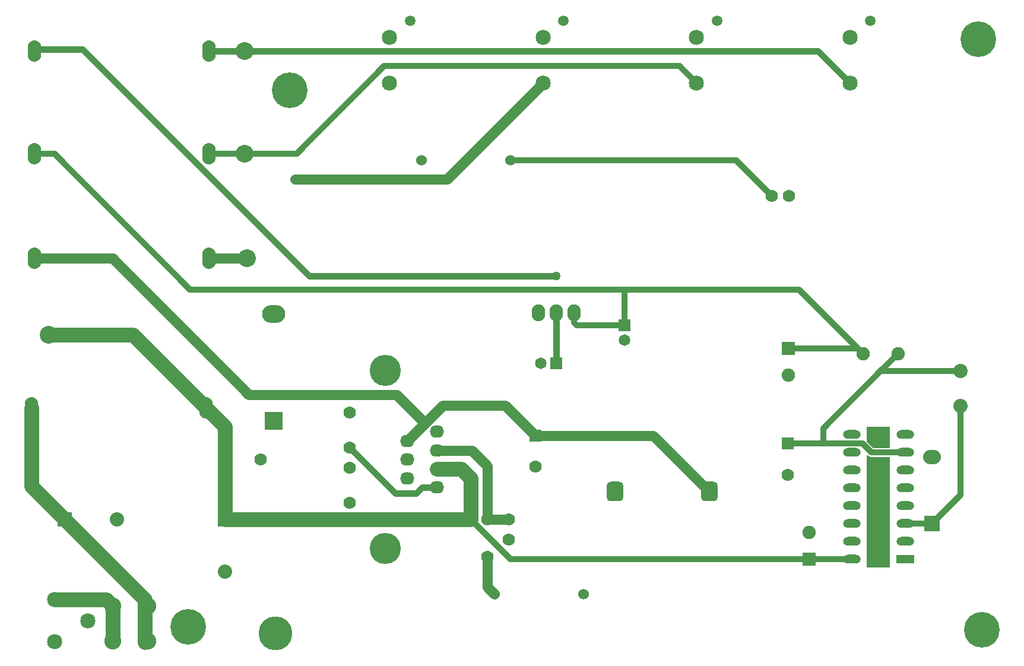
<source format=gtl>
G04 Layer_Physical_Order=1*
G04 Layer_Color=255*
%FSLAX25Y25*%
%MOIN*%
G70*
G01*
G75*
%ADD10C,0.10000*%
%ADD11C,0.08200*%
%ADD12C,0.03300*%
%ADD13C,0.05500*%
%ADD14C,0.03500*%
%ADD15R,0.08000X0.08000*%
%ADD16C,0.08000*%
%ADD17R,0.08000X0.08000*%
%ADD18C,0.08500*%
%ADD19C,0.05906*%
%ADD20R,0.10000X0.10000*%
%ADD21O,0.13000X0.10000*%
%ADD22C,0.07000*%
%ADD23O,0.07500X0.12000*%
%ADD24C,0.17500*%
G04:AMPARAMS|DCode=25|XSize=95mil|YSize=110mil|CornerRadius=23.75mil|HoleSize=0mil|Usage=FLASHONLY|Rotation=0.000|XOffset=0mil|YOffset=0mil|HoleType=Round|Shape=RoundedRectangle|*
%AMROUNDEDRECTD25*
21,1,0.09500,0.06250,0,0,0.0*
21,1,0.04750,0.11000,0,0,0.0*
1,1,0.04750,0.02375,-0.03125*
1,1,0.04750,-0.02375,-0.03125*
1,1,0.04750,-0.02375,0.03125*
1,1,0.04750,0.02375,0.03125*
%
%ADD25ROUNDEDRECTD25*%
%ADD26C,0.06000*%
%ADD27C,0.20000*%
%ADD28C,0.09500*%
%ADD29C,0.19000*%
%ADD30O,0.08000X0.07000*%
%ADD31R,0.10000X0.05000*%
%ADD32O,0.10000X0.05000*%
%ADD33O,0.07500X0.09500*%
%ADD34C,0.07500*%
%ADD35R,0.07500X0.07500*%
%ADD36O,0.10000X0.08000*%
%ADD37R,0.08500X0.08500*%
%ADD38R,0.06500X0.06500*%
%ADD39C,0.06500*%
%ADD40R,0.06500X0.06500*%
%ADD41R,0.07000X0.07000*%
%ADD42C,0.05000*%
G36*
X476234Y111734D02*
X477044Y111192D01*
X478000Y111002D01*
X488500D01*
Y49000D01*
X475500D01*
Y111814D01*
X475962Y112005D01*
X476234Y111734D01*
D02*
G37*
G36*
X488500Y115998D02*
X479035D01*
X475500Y119533D01*
Y128000D01*
X488500D01*
Y115998D01*
D02*
G37*
D10*
X16000Y179500D02*
D03*
X127500Y222500D02*
D03*
X126000Y281250D02*
D03*
Y339000D02*
D03*
D11*
X52000Y7500D02*
Y27185D01*
X48385Y30800D02*
X52000Y27185D01*
X19500Y30800D02*
X48385D01*
X63500Y179500D02*
X104500Y138500D01*
X16000Y179500D02*
X63500D01*
X234100Y104275D02*
X247725D01*
X253000Y99000D01*
Y76000D02*
Y99000D01*
X115000Y76000D02*
X253000D01*
X115000D02*
Y109500D01*
Y128000D01*
X104500Y138500D02*
X115000Y128000D01*
X6500Y94500D02*
Y138500D01*
X70185Y26685D02*
Y30815D01*
Y7000D02*
Y26685D01*
X6500Y94500D02*
X25000Y76000D01*
X70185Y30815D01*
D12*
X528000Y89450D02*
Y139500D01*
X512000Y73450D02*
X528000Y89450D01*
X497050Y73450D02*
X512000D01*
X473000Y118500D02*
X478000Y113500D01*
X311000Y186500D02*
X312500Y185000D01*
X311000Y186500D02*
Y192000D01*
X253000Y76000D02*
X275500Y53500D01*
X443000D01*
X470315Y172000D02*
X473315Y169000D01*
X437315Y205000D02*
X470315Y172000D01*
X431500D02*
X470315D01*
X473315Y169000D02*
X474000D01*
X443000Y53500D02*
X467000D01*
X106000Y281250D02*
X126000D01*
X19250D02*
X95500Y205000D01*
X8000Y281250D02*
X19250D01*
X126000D02*
X155250D01*
X204500Y330500D01*
X370237D01*
X379782Y320955D01*
X275500Y277500D02*
X402200D01*
X422200Y257500D01*
X478000Y113500D02*
X497000D01*
X451000Y118500D02*
Y127000D01*
X431000Y118500D02*
X451000D01*
X473000D01*
X483815Y159185D02*
X528000D01*
X483500Y159500D02*
X483815Y159185D01*
X451000Y127000D02*
X483500Y159500D01*
X493000Y169000D01*
X312500Y185000D02*
X339500D01*
Y205000D01*
X95500D02*
X437315D01*
D13*
X227500Y130000D02*
X237500Y140000D01*
X217450Y119950D02*
X227500Y130000D01*
X211500Y146000D02*
X227500Y130000D01*
X128500Y146000D02*
X211500D01*
X52000Y222500D02*
X128500Y146000D01*
X11500Y222500D02*
X52000D01*
X262500Y38000D02*
X266500Y34000D01*
X262500Y38000D02*
Y55000D01*
Y76000D02*
X274500D01*
X262500D02*
Y106000D01*
X253775Y114725D02*
X262500Y106000D01*
X234100Y114725D02*
X253775D01*
X272500Y140000D02*
X289500Y123000D01*
X237500Y140000D02*
X272500D01*
X355500Y123000D02*
X387000Y91500D01*
X289500Y123000D02*
X355500D01*
X109500Y222500D02*
X127500D01*
X239661Y267000D02*
X293616Y320955D01*
X154500Y267000D02*
X160500D01*
X168000D01*
X174000D01*
X239661D01*
D14*
X225825Y93825D02*
X234100D01*
X222500Y90500D02*
X225825Y93825D01*
X210700Y90500D02*
X222500D01*
X185000Y116200D02*
X210700Y90500D01*
X127000Y339000D02*
X447903D01*
X465949Y320955D01*
X301000Y163500D02*
Y192000D01*
X162500Y212500D02*
X301000D01*
X106000Y339000D02*
X126000D01*
X35000Y340000D02*
X162500Y212500D01*
X8000Y340000D02*
X35000D01*
X126000Y339000D02*
X127000D01*
D15*
X25000Y76000D02*
D03*
D16*
X54500D02*
D03*
X115000Y46500D02*
D03*
X528000Y159185D02*
D03*
Y139500D02*
D03*
D17*
X115000Y76000D02*
D03*
D18*
X207449Y320955D02*
D03*
Y346545D02*
D03*
X293616Y320955D02*
D03*
Y346545D02*
D03*
X379782Y320955D02*
D03*
Y346545D02*
D03*
X465949Y320955D02*
D03*
Y346545D02*
D03*
X19500Y7200D02*
D03*
X38000Y19000D02*
D03*
X19500Y30800D02*
D03*
D19*
X218945Y355797D02*
D03*
X305112D02*
D03*
X391278D02*
D03*
X477445D02*
D03*
D20*
X142500Y131250D02*
D03*
D21*
Y191250D02*
D03*
D22*
X422200Y257500D02*
D03*
X431800D02*
D03*
X262500Y55000D02*
D03*
Y76000D02*
D03*
X185000Y85200D02*
D03*
Y105000D02*
D03*
Y136000D02*
D03*
Y116200D02*
D03*
X115000Y109500D02*
D03*
X135000D02*
D03*
X274500Y64500D02*
D03*
Y76000D02*
D03*
X431000Y101000D02*
D03*
X289500Y105500D02*
D03*
D23*
X104500Y138500D02*
D03*
X6500D02*
D03*
X106000Y222500D02*
D03*
X8000D02*
D03*
X106000Y281250D02*
D03*
X8000D02*
D03*
Y339000D02*
D03*
X106000D02*
D03*
D24*
X205000Y59500D02*
D03*
Y159500D02*
D03*
D25*
X387000Y91500D02*
D03*
X334000D02*
D03*
D26*
X316500Y34000D02*
D03*
X266500D02*
D03*
X275500Y277500D02*
D03*
X225500D02*
D03*
D27*
X94500Y15500D02*
D03*
X540000Y14000D02*
D03*
X538000Y345500D02*
D03*
X151500Y317000D02*
D03*
D28*
X52000Y27185D02*
D03*
X71685D02*
D03*
X52000Y7500D02*
D03*
X71685D02*
D03*
D29*
X143500Y12000D02*
D03*
D30*
X234100Y93825D02*
D03*
Y104275D02*
D03*
Y125175D02*
D03*
Y114725D02*
D03*
X217450Y109500D02*
D03*
Y119950D02*
D03*
Y99050D02*
D03*
D31*
X497000Y53500D02*
D03*
D32*
Y63500D02*
D03*
Y73500D02*
D03*
Y83500D02*
D03*
Y93500D02*
D03*
Y103500D02*
D03*
Y113500D02*
D03*
Y123500D02*
D03*
X467000Y53500D02*
D03*
Y63500D02*
D03*
Y73500D02*
D03*
Y83500D02*
D03*
Y93500D02*
D03*
Y103500D02*
D03*
Y113500D02*
D03*
Y123500D02*
D03*
D33*
X291000Y192000D02*
D03*
X301000D02*
D03*
X311000D02*
D03*
D34*
X431500Y157000D02*
D03*
X443000Y68500D02*
D03*
X473315Y169000D02*
D03*
X493000D02*
D03*
D35*
X431500Y172000D02*
D03*
X443000Y53500D02*
D03*
D36*
X512000Y110975D02*
D03*
D37*
Y73475D02*
D03*
D38*
X301000Y163500D02*
D03*
D39*
X292500D02*
D03*
X339500Y176500D02*
D03*
D40*
Y185000D02*
D03*
D41*
X431000Y118500D02*
D03*
X289500Y123000D02*
D03*
D42*
X301000Y212500D02*
D03*
X154500Y267000D02*
D03*
X174000D02*
D03*
X161000D02*
D03*
X167500D02*
D03*
M02*

</source>
